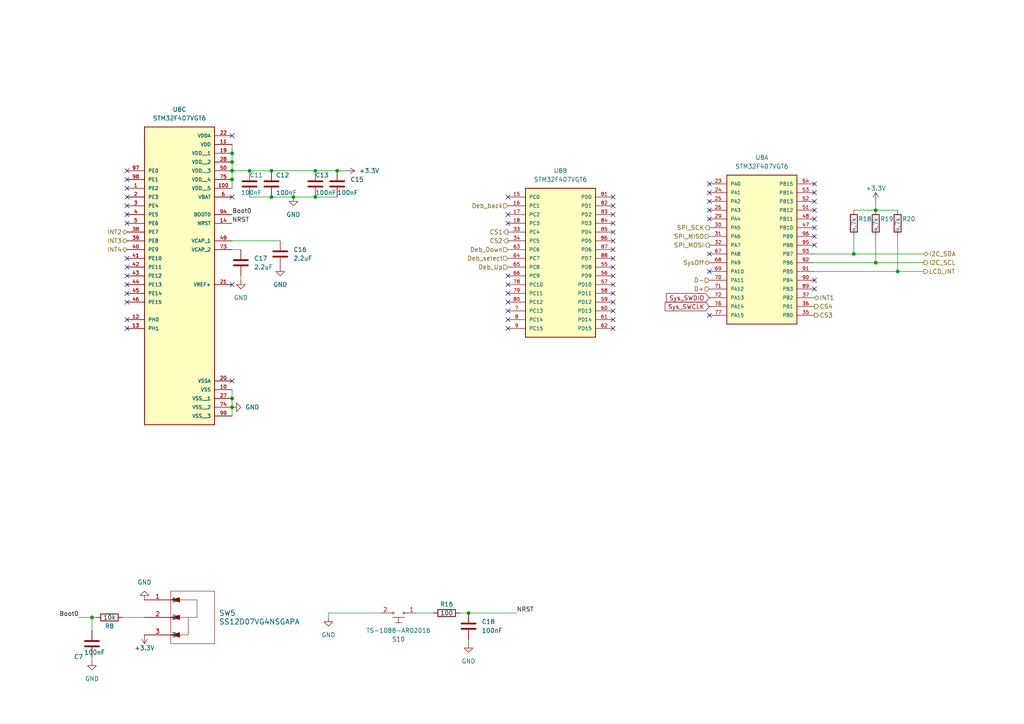
<source format=kicad_sch>
(kicad_sch (version 20231120) (generator "eeschema") (generator_version "8.0")
  (paper "A4")
  (lib_symbols
    (symbol "2024-05-28_19-32-11:SS12D07VG4NSGAPA" (pin_names (offset 0.254))
      (property "Reference" "SW" (at 15.24 7.62 0))
      (property "Value" "SS12D07VG4NSGAPA" (at 20.32 5.08 0))
      (symbol "SS12D07VG4NSGAPA_0_1"
        (polyline (pts (xy 7.62 -12.7) (xy 20.32 -12.7)) (stroke (width 0.127)))
        (polyline (pts (xy 7.62 -10.16) (xy 10.16 -9.525)) (stroke (width 0.127)))
        (polyline (pts (xy 7.62 -5.08) (xy 10.16 -4.445)) (stroke (width 0.127)))
        (polyline (pts (xy 7.62 -5.08) (xy 15.24 -5.08)) (stroke (width 0.127)))
        (polyline (pts (xy 7.62 0) (xy 10.16 0.635)) (stroke (width 0.127)))
        (polyline (pts (xy 7.62 0) (xy 15.24 0)) (stroke (width 0.127)))
        (polyline (pts (xy 7.62 2.54) (xy 7.62 -12.7)) (stroke (width 0.127)))
        (polyline (pts (xy 10.16 -10.795) (xy 7.62 -10.16)) (stroke (width 0.127)))
        (polyline (pts (xy 10.16 -9.525) (xy 10.16 -10.795)) (stroke (width 0.127)))
        (polyline (pts (xy 10.16 -5.715) (xy 7.62 -5.08)) (stroke (width 0.127)))
        (polyline (pts (xy 10.16 -4.445) (xy 10.16 -5.715)) (stroke (width 0.127)))
        (polyline (pts (xy 10.16 -0.635) (xy 7.62 0)) (stroke (width 0.127)))
        (polyline (pts (xy 10.16 0.635) (xy 10.16 -0.635)) (stroke (width 0.127)))
        (polyline (pts (xy 12.7 -10.16) (xy 7.62 -10.16)) (stroke (width 0.127)))
        (polyline (pts (xy 12.7 -5.08) (xy 12.7 -10.16)) (stroke (width 0.127)))
        (polyline (pts (xy 15.24 0) (xy 15.24 -5.08)) (stroke (width 0.127)))
        (polyline (pts (xy 20.32 -12.7) (xy 20.32 2.54)) (stroke (width 0.127)))
        (polyline (pts (xy 20.32 2.54) (xy 7.62 2.54)) (stroke (width 0.127)))
        (polyline (pts (xy 7.62 -10.16) (xy 10.16 -9.525) (xy 10.16 -10.795)) (fill (type outline)))
        (polyline (pts (xy 7.62 -5.08) (xy 10.16 -4.445) (xy 10.16 -5.715)) (fill (type outline)))
        (polyline (pts (xy 7.62 0) (xy 10.16 0.635) (xy 10.16 -0.635)) (fill (type outline)))
        (pin unspecified line (at 0 0 0) (length 7.62) (name "1") (number "1"))
        (pin unspecified line (at 0 -5.08 0) (length 7.62) (name "2") (number "2"))
        (pin unspecified line (at 0 -10.16 0) (length 7.62) (name "3") (number "3"))
      )
    )
    (symbol "Device:C" (pin_numbers hide) (pin_names (offset 0.254))
      (property "Reference" "C" (at 0.635 2.54 0))
      (property "Value" "C" (at 0.635 -2.54 0))
      (symbol "C_0_1"
        (polyline (pts (xy -2.032 -0.762) (xy 2.032 -0.762)) (stroke (width 0.508)))
        (polyline (pts (xy -2.032 0.762) (xy 2.032 0.762)) (stroke (width 0.508)))
      )
      (symbol "C_1_1"
        (pin passive line (at 0 3.81 270) (length 2.794) (name "~") (number "1"))
        (pin passive line (at 0 -3.81 90) (length 2.794) (name "~") (number "2"))
      )
    )
    (symbol "Device:R" (pin_numbers hide) (pin_names (offset 0))
      (property "Reference" "R" (at 2.032 0 90))
      (property "Value" "R" (at 0 0 90))
      (symbol "R_0_1"
        (rectangle (start -1.016 -2.54) (end 1.016 2.54) (stroke (width 0.254)))
      )
      (symbol "R_1_1"
        (pin passive line (at 0 3.81 270) (length 1.27) (name "~") (number "1"))
        (pin passive line (at 0 -3.81 90) (length 1.27) (name "~") (number "2"))
      )
    )
    (symbol "STM32F407VGT6:STM32F407VGT6" (pin_names (offset 1.016))
      (property "Reference" "U" (at -10.1624 22.888 0))
      (property "Value" "STM32F407VGT6" (at -10.172 -22.953 0))
      (symbol "STM32F407VGT6_1_0"
        (rectangle (start -10.16 -20.32) (end 10.16 22.86) (stroke (width 0.254)) (fill (type background)))
        (pin bidirectional line (at -15.24 20.32 0) (length 5.08) (name "PA0") (number "23"))
        (pin bidirectional line (at -15.24 17.78 0) (length 5.08) (name "PA1") (number "24"))
        (pin bidirectional line (at -15.24 15.24 0) (length 5.08) (name "PA2") (number "25"))
        (pin bidirectional line (at -15.24 12.7 0) (length 5.08) (name "PA3") (number "26"))
        (pin bidirectional line (at -15.24 10.16 0) (length 5.08) (name "PA4") (number "29"))
        (pin bidirectional line (at -15.24 7.62 0) (length 5.08) (name "PA5") (number "30"))
        (pin bidirectional line (at -15.24 5.08 0) (length 5.08) (name "PA6") (number "31"))
        (pin bidirectional line (at -15.24 2.54 0) (length 5.08) (name "PA7") (number "32"))
        (pin bidirectional line (at 15.24 -17.78 180) (length 5.08) (name "PB0") (number "35"))
        (pin bidirectional line (at 15.24 -15.24 180) (length 5.08) (name "PB1") (number "36"))
        (pin bidirectional line (at 15.24 -12.7 180) (length 5.08) (name "PB2") (number "37"))
        (pin bidirectional line (at 15.24 7.62 180) (length 5.08) (name "PB10") (number "47"))
        (pin bidirectional line (at 15.24 10.16 180) (length 5.08) (name "PB11") (number "48"))
        (pin bidirectional line (at 15.24 12.7 180) (length 5.08) (name "PB12") (number "51"))
        (pin bidirectional line (at 15.24 15.24 180) (length 5.08) (name "PB13") (number "52"))
        (pin bidirectional line (at 15.24 17.78 180) (length 5.08) (name "PB14") (number "53"))
        (pin bidirectional line (at 15.24 20.32 180) (length 5.08) (name "PB15") (number "54"))
        (pin bidirectional line (at -15.24 0 0) (length 5.08) (name "PA8") (number "67"))
        (pin bidirectional line (at -15.24 -2.54 0) (length 5.08) (name "PA9") (number "68"))
        (pin bidirectional line (at -15.24 -5.08 0) (length 5.08) (name "PA10") (number "69"))
        (pin bidirectional line (at -15.24 -7.62 0) (length 5.08) (name "PA11") (number "70"))
        (pin bidirectional line (at -15.24 -10.16 0) (length 5.08) (name "PA12") (number "71"))
        (pin bidirectional line (at -15.24 -12.7 0) (length 5.08) (name "PA13") (number "72"))
        (pin bidirectional line (at -15.24 -15.24 0) (length 5.08) (name "PA14") (number "76"))
        (pin bidirectional line (at -15.24 -17.78 0) (length 5.08) (name "PA15") (number "77"))
        (pin bidirectional line (at 15.24 -10.16 180) (length 5.08) (name "PB3") (number "89"))
        (pin bidirectional line (at 15.24 -7.62 180) (length 5.08) (name "PB4") (number "90"))
        (pin bidirectional line (at 15.24 -5.08 180) (length 5.08) (name "PB5") (number "91"))
        (pin bidirectional line (at 15.24 -2.54 180) (length 5.08) (name "PB6") (number "92"))
        (pin bidirectional line (at 15.24 0 180) (length 5.08) (name "PB7") (number "93"))
        (pin bidirectional line (at 15.24 2.54 180) (length 5.08) (name "PB8") (number "95"))
        (pin bidirectional line (at 15.24 5.08 180) (length 5.08) (name "PB9") (number "96"))
      )
      (symbol "STM32F407VGT6_2_0"
        (rectangle (start -10.16 -20.32) (end 10.16 22.86) (stroke (width 0.254)) (fill (type background)))
        (pin bidirectional line (at -15.24 20.32 0) (length 5.08) (name "PC0") (number "15"))
        (pin bidirectional line (at -15.24 17.78 0) (length 5.08) (name "PC1") (number "16"))
        (pin bidirectional line (at -15.24 15.24 0) (length 5.08) (name "PC2") (number "17"))
        (pin bidirectional line (at -15.24 12.7 0) (length 5.08) (name "PC3") (number "18"))
        (pin bidirectional line (at -15.24 10.16 0) (length 5.08) (name "PC4") (number "33"))
        (pin bidirectional line (at -15.24 7.62 0) (length 5.08) (name "PC5") (number "34"))
        (pin bidirectional line (at 15.24 0 180) (length 5.08) (name "PD8") (number "55"))
        (pin bidirectional line (at 15.24 -2.54 180) (length 5.08) (name "PD9") (number "56"))
        (pin bidirectional line (at 15.24 -5.08 180) (length 5.08) (name "PD10") (number "57"))
        (pin bidirectional line (at 15.24 -7.62 180) (length 5.08) (name "PD11") (number "58"))
        (pin bidirectional line (at 15.24 -10.16 180) (length 5.08) (name "PD12") (number "59"))
        (pin bidirectional line (at 15.24 -12.7 180) (length 5.08) (name "PD13") (number "60"))
        (pin bidirectional line (at 15.24 -15.24 180) (length 5.08) (name "PD14") (number "61"))
        (pin bidirectional line (at 15.24 -17.78 180) (length 5.08) (name "PD15") (number "62"))
        (pin bidirectional line (at -15.24 5.08 0) (length 5.08) (name "PC6") (number "63"))
        (pin bidirectional line (at -15.24 2.54 0) (length 5.08) (name "PC7") (number "64"))
        (pin bidirectional line (at -15.24 0 0) (length 5.08) (name "PC8") (number "65"))
        (pin bidirectional line (at -15.24 -2.54 0) (length 5.08) (name "PC9") (number "66"))
        (pin bidirectional line (at -15.24 -12.7 0) (length 5.08) (name "PC13") (number "7"))
        (pin bidirectional line (at -15.24 -5.08 0) (length 5.08) (name "PC10") (number "78"))
        (pin bidirectional line (at -15.24 -7.62 0) (length 5.08) (name "PC11") (number "79"))
        (pin bidirectional line (at -15.24 -15.24 0) (length 5.08) (name "PC14") (number "8"))
        (pin bidirectional line (at -15.24 -10.16 0) (length 5.08) (name "PC12") (number "80"))
        (pin bidirectional line (at 15.24 20.32 180) (length 5.08) (name "PD0") (number "81"))
        (pin bidirectional line (at 15.24 17.78 180) (length 5.08) (name "PD1") (number "82"))
        (pin bidirectional line (at 15.24 15.24 180) (length 5.08) (name "PD2") (number "83"))
        (pin bidirectional line (at 15.24 12.7 180) (length 5.08) (name "PD3") (number "84"))
        (pin bidirectional line (at 15.24 10.16 180) (length 5.08) (name "PD4") (number "85"))
        (pin bidirectional line (at 15.24 7.62 180) (length 5.08) (name "PD5") (number "86"))
        (pin bidirectional line (at 15.24 5.08 180) (length 5.08) (name "PD6") (number "87"))
        (pin bidirectional line (at 15.24 2.54 180) (length 5.08) (name "PD7") (number "88"))
        (pin bidirectional line (at -15.24 -17.78 0) (length 5.08) (name "PC15") (number "9"))
      )
      (symbol "STM32F407VGT6_3_0"
        (rectangle (start -10.16 -53.34) (end 10.16 33.02) (stroke (width 0.254)) (fill (type background)))
        (pin bidirectional line (at -15.24 15.24 0) (length 5.08) (name "PE2") (number "1"))
        (pin power_in line (at 15.24 -43.18 180) (length 5.08) (name "VSS") (number "10"))
        (pin power_in line (at 15.24 15.24 180) (length 5.08) (name "VDD__5") (number "100"))
        (pin power_in line (at 15.24 27.94 180) (length 5.08) (name "VDD") (number "11"))
        (pin bidirectional line (at -15.24 -22.86 0) (length 5.08) (name "PH0") (number "12"))
        (pin bidirectional line (at -15.24 -25.4 0) (length 5.08) (name "PH1") (number "13"))
        (pin bidirectional line (at 15.24 5.08 180) (length 5.08) (name "NRST") (number "14"))
        (pin power_in line (at 15.24 25.4 180) (length 5.08) (name "VDD__1") (number "19"))
        (pin bidirectional line (at -15.24 12.7 0) (length 5.08) (name "PE3") (number "2"))
        (pin power_in line (at 15.24 -40.64 180) (length 5.08) (name "VSSA") (number "20"))
        (pin power_in line (at 15.24 -12.7 180) (length 5.08) (name "VREF+") (number "21"))
        (pin power_in line (at 15.24 30.48 180) (length 5.08) (name "VDDA") (number "22"))
        (pin power_in line (at 15.24 -45.72 180) (length 5.08) (name "VSS__1") (number "27"))
        (pin power_in line (at 15.24 22.86 180) (length 5.08) (name "VDD__2") (number "28"))
        (pin bidirectional line (at -15.24 10.16 0) (length 5.08) (name "PE4") (number "3"))
        (pin bidirectional line (at -15.24 2.54 0) (length 5.08) (name "PE7") (number "38"))
        (pin bidirectional line (at -15.24 0 0) (length 5.08) (name "PE8") (number "39"))
        (pin bidirectional line (at -15.24 7.62 0) (length 5.08) (name "PE5") (number "4"))
        (pin bidirectional line (at -15.24 -2.54 0) (length 5.08) (name "PE9") (number "40"))
        (pin bidirectional line (at -15.24 -5.08 0) (length 5.08) (name "PE10") (number "41"))
        (pin bidirectional line (at -15.24 -7.62 0) (length 5.08) (name "PE11") (number "42"))
        (pin bidirectional line (at -15.24 -10.16 0) (length 5.08) (name "PE12") (number "43"))
        (pin bidirectional line (at -15.24 -12.7 0) (length 5.08) (name "PE13") (number "44"))
        (pin bidirectional line (at -15.24 -15.24 0) (length 5.08) (name "PE14") (number "45"))
        (pin bidirectional line (at -15.24 -17.78 0) (length 5.08) (name "PE15") (number "46"))
        (pin passive line (at 15.24 0 180) (length 5.08) (name "VCAP_1") (number "49"))
        (pin bidirectional line (at -15.24 5.08 0) (length 5.08) (name "PE6") (number "5"))
        (pin power_in line (at 15.24 20.32 180) (length 5.08) (name "VDD__3") (number "50"))
        (pin power_in line (at 15.24 12.7 180) (length 5.08) (name "VBAT") (number "6"))
        (pin passive line (at 15.24 -2.54 180) (length 5.08) (name "VCAP_2") (number "73"))
        (pin power_in line (at 15.24 -48.26 180) (length 5.08) (name "VSS__2") (number "74"))
        (pin power_in line (at 15.24 17.78 180) (length 5.08) (name "VDD__4") (number "75"))
        (pin input line (at 15.24 7.62 180) (length 5.08) (name "BOOT0") (number "94"))
        (pin bidirectional line (at -15.24 20.32 0) (length 5.08) (name "PE0") (number "97"))
        (pin bidirectional line (at -15.24 17.78 0) (length 5.08) (name "PE1") (number "98"))
        (pin power_in line (at 15.24 -50.8 180) (length 5.08) (name "VSS__3") (number "99"))
      )
    )
    (symbol "dk_Pushbutton-Switches:GPTS203211B" (pin_names (offset 1.016))
      (property "Reference" "S" (at -3.81 3.81 0))
      (property "Value" "GPTS203211B" (at 0 -2.54 0))
      (symbol "GPTS203211B_0_1"
        (circle (center -1.524 0) (radius 0.254))
        (polyline (pts (xy -2.54 0) (xy -1.778 0)))
        (polyline (pts (xy -1.778 1.27) (xy 1.778 1.27)))
        (polyline (pts (xy -1.016 2.794) (xy 1.016 2.794)))
        (polyline (pts (xy 0 1.27) (xy 0 2.794)))
        (polyline (pts (xy 2.54 0) (xy 1.778 0)))
        (circle (center 1.524 0) (radius 0.254))
      )
      (symbol "GPTS203211B_1_1"
        (pin passive line (at -5.08 0 0) (length 2.54) (name "~") (number "1"))
        (pin passive line (at 5.08 0 180) (length 2.54) (name "~") (number "2"))
      )
    )
    (symbol "power:+3.3V" (power) (pin_names (offset 0))
      (property "Value" "+3.3V" (at 0 3.556 0))
      (symbol "+3.3V_0_1"
        (polyline (pts (xy -0.762 1.27) (xy 0 2.54)))
        (polyline (pts (xy 0 0) (xy 0 2.54)))
        (polyline (pts (xy 0 2.54) (xy 0.762 1.27)))
      )
      (symbol "+3.3V_1_1"
        (pin power_in line (at 0 0 90) (length 0) hide (name "+3.3V") (number "1"))
      )
    )
    (symbol "power:GND" (power) (pin_names (offset 0))
      (property "Value" "GND" (at 0 -3.81 0))
      (symbol "GND_0_1"
        (polyline (pts (xy 0 0) (xy 0 -1.27) (xy 1.27 -1.27) (xy 0 -2.54) (xy -1.27 -1.27) (xy 0 -1.27)))
      )
      (symbol "GND_1_1"
        (pin power_in line (at 0 0 270) (length 0) hide (name "GND") (number "1"))
      )
    )
  )
  (junction (at 67.31 46.99))
  (junction (at 135.89 177.8))
  (junction (at 67.31 44.45))
  (junction (at 26.67 179.07))
  (junction (at 78.74 49.53))
  (junction (at 67.31 49.53))
  (junction (at 97.79 49.53))
  (junction (at 91.44 49.53))
  (junction (at 67.31 52.07))
  (junction (at 254 76.2))
  (junction (at 85.09 57.15))
  (junction (at 67.31 118.11))
  (junction (at 91.44 57.15))
  (junction (at 260.35 78.74))
  (junction (at 78.74 57.15))
  (junction (at 254 60.96))
  (junction (at 72.39 49.53))
  (junction (at 67.31 115.57))
  (junction (at 247.65 73.66))
  (no_connect (at 205.74 91.44))
  (no_connect (at 36.83 64.77))
  (no_connect (at 36.83 92.71))
  (no_connect (at 177.8 67.31))
  (no_connect (at 147.32 90.17))
  (no_connect (at 177.8 82.55))
  (no_connect (at 36.83 52.07))
  (no_connect (at 67.31 82.55))
  (no_connect (at 177.8 85.09))
  (no_connect (at 236.22 55.88))
  (no_connect (at 205.74 78.74))
  (no_connect (at 236.22 81.28))
  (no_connect (at 177.8 80.01))
  (no_connect (at 177.8 95.25))
  (no_connect (at 177.8 69.85))
  (no_connect (at 205.74 58.42))
  (no_connect (at 205.74 60.96))
  (no_connect (at 36.83 80.01))
  (no_connect (at 36.83 49.53))
  (no_connect (at 36.83 95.25))
  (no_connect (at 236.22 66.04))
  (no_connect (at 147.32 92.71))
  (no_connect (at 177.8 77.47))
  (no_connect (at 205.74 53.34))
  (no_connect (at 205.74 55.88))
  (no_connect (at 36.83 57.15))
  (no_connect (at 147.32 95.25))
  (no_connect (at 177.8 64.77))
  (no_connect (at 36.83 85.09))
  (no_connect (at 205.74 73.66))
  (no_connect (at 36.83 54.61))
  (no_connect (at 67.31 57.15))
  (no_connect (at 36.83 77.47))
  (no_connect (at 36.83 87.63))
  (no_connect (at 147.32 87.63))
  (no_connect (at 67.31 110.49))
  (no_connect (at 177.8 59.69))
  (no_connect (at 36.83 62.23))
  (no_connect (at 67.31 39.37))
  (no_connect (at 147.32 57.15))
  (no_connect (at 177.8 74.93))
  (no_connect (at 236.22 53.34))
  (no_connect (at 236.22 83.82))
  (no_connect (at 177.8 72.39))
  (no_connect (at 147.32 80.01))
  (no_connect (at 205.74 63.5))
  (no_connect (at 147.32 82.55))
  (no_connect (at 236.22 58.42))
  (no_connect (at 236.22 68.58))
  (no_connect (at 236.22 71.12))
  (no_connect (at 177.8 62.23))
  (no_connect (at 147.32 62.23))
  (no_connect (at 36.83 82.55))
  (no_connect (at 236.22 63.5))
  (no_connect (at 147.32 64.77))
  (no_connect (at 177.8 57.15))
  (no_connect (at 36.83 59.69))
  (no_connect (at 147.32 85.09))
  (no_connect (at 177.8 92.71))
  (no_connect (at 177.8 87.63))
  (no_connect (at 177.8 90.17))
  (no_connect (at 36.83 74.93))
  (no_connect (at 236.22 60.96))
  (wire (pts (xy 247.65 73.66) (xy 236.22 73.66)))
  (wire (pts (xy 26.67 179.07) (xy 27.94 179.07)))
  (wire (pts (xy 247.65 68.58) (xy 247.65 73.66)))
  (wire (pts (xy 67.31 46.99) (xy 67.31 49.53)))
  (wire (pts (xy 254 68.58) (xy 254 76.2)))
  (wire (pts (xy 267.97 73.66) (xy 247.65 73.66)))
  (wire (pts (xy 26.67 191.77) (xy 26.67 190.5)))
  (wire (pts (xy 26.67 179.07) (xy 26.67 182.88)))
  (wire (pts (xy 91.44 49.53) (xy 97.79 49.53)))
  (wire (pts (xy 110.49 177.8) (xy 95.25 177.8)))
  (wire (pts (xy 91.44 57.15) (xy 97.79 57.15)))
  (wire (pts (xy 135.89 185.42) (xy 135.89 186.69)))
  (wire (pts (xy 97.79 49.53) (xy 100.33 49.53)))
  (wire (pts (xy 78.74 49.53) (xy 91.44 49.53)))
  (wire (pts (xy 67.31 44.45) (xy 67.31 46.99)))
  (wire (pts (xy 22.86 179.07) (xy 26.67 179.07)))
  (wire (pts (xy 260.35 68.58) (xy 260.35 78.74)))
  (wire (pts (xy 120.65 177.8) (xy 125.73 177.8)))
  (wire (pts (xy 78.74 57.15) (xy 85.09 57.15)))
  (wire (pts (xy 67.31 41.91) (xy 67.31 44.45)))
  (wire (pts (xy 95.25 177.8) (xy 95.25 179.07)))
  (wire (pts (xy 133.35 177.8) (xy 135.89 177.8)))
  (wire (pts (xy 254 60.96) (xy 260.35 60.96)))
  (wire (pts (xy 267.97 78.74) (xy 260.35 78.74)))
  (wire (pts (xy 254 76.2) (xy 236.22 76.2)))
  (wire (pts (xy 67.31 115.57) (xy 67.31 118.11)))
  (wire (pts (xy 69.85 80.01) (xy 69.85 81.28)))
  (wire (pts (xy 72.39 57.15) (xy 78.74 57.15)))
  (wire (pts (xy 85.09 57.15) (xy 91.44 57.15)))
  (wire (pts (xy 247.65 60.96) (xy 254 60.96)))
  (wire (pts (xy 35.56 179.07) (xy 41.91 179.07)))
  (wire (pts (xy 67.31 113.03) (xy 67.31 115.57)))
  (wire (pts (xy 67.31 52.07) (xy 67.31 54.61)))
  (wire (pts (xy 260.35 78.74) (xy 236.22 78.74)))
  (wire (pts (xy 254 58.42) (xy 254 60.96)))
  (wire (pts (xy 67.31 118.11) (xy 67.31 120.65)))
  (wire (pts (xy 67.31 69.85) (xy 81.28 69.85)))
  (wire (pts (xy 67.31 49.53) (xy 72.39 49.53)))
  (wire (pts (xy 67.31 49.53) (xy 67.31 52.07)))
  (wire (pts (xy 72.39 49.53) (xy 78.74 49.53)))
  (wire (pts (xy 267.97 76.2) (xy 254 76.2)))
  (wire (pts (xy 135.89 177.8) (xy 149.86 177.8)))
  (wire (pts (xy 67.31 72.39) (xy 69.85 72.39)))
  (label "Boot0" (at 22.86 179.07 180))
  (label "Boot0" (at 67.31 62.23 0))
  (label "NRST" (at 149.86 177.8 0))
  (label "NRST" (at 67.31 64.77 0))
  (global_label "Sys_SWCLK" (shape input) (at 205.74 88.9 180) (property "Intersheetrefs" "${INTERSHEET_REFS}" (effects (hide yes))))
  (global_label "Sys_SWDIO" (shape input) (at 205.74 86.36 180) (property "Intersheetrefs" "${INTERSHEET_REFS}" (effects (hide yes))))
  (hierarchical_label "SPI_MISO" (shape input) (at 205.74 68.58 180))
  (hierarchical_label "CS1" (shape output) (at 147.32 67.31 180))
  (hierarchical_label "Deb_Down" (shape input) (at 147.32 72.39 180))
  (hierarchical_label "D+" (shape input) (at 205.74 83.82 180))
  (hierarchical_label "INT3" (shape bidirectional) (at 36.83 69.85 180))
  (hierarchical_label "Deb_Up" (shape input) (at 147.32 77.47 180))
  (hierarchical_label "D-" (shape input) (at 205.74 81.28 180))
  (hierarchical_label "SPI_MOSI" (shape output) (at 205.74 71.12 180))
  (hierarchical_label "CS4" (shape output) (at 236.22 88.9 0))
  (hierarchical_label "Deb_back" (shape input) (at 147.32 59.69 180))
  (hierarchical_label "CS3" (shape output) (at 236.22 91.44 0))
  (hierarchical_label "CS2" (shape output) (at 147.32 69.85 180))
  (hierarchical_label "I2C_SDA" (shape bidirectional) (at 267.97 73.66 0))
  (hierarchical_label "LCD_INT" (shape output) (at 267.97 78.74 0))
  (hierarchical_label "SPI_SCK" (shape output) (at 205.74 66.04 180))
  (hierarchical_label "INT1" (shape bidirectional) (at 236.22 86.36 0))
  (hierarchical_label "Deb_select" (shape input) (at 147.32 74.93 180))
  (hierarchical_label "I2C_SCL" (shape output) (at 267.97 76.2 0))
  (hierarchical_label "INT2" (shape bidirectional) (at 36.83 67.31 180))
  (hierarchical_label "INT4" (shape bidirectional) (at 36.83 72.39 180))
  (hierarchical_label "SysOff" (shape bidirectional) (at 205.74 76.2 180))
  (symbol (lib_id "Device:C") (at 81.28 73.66 0) (unit 1)
    (property "Reference" "C16" (at 85.09 72.39 0) (effects (justify left)))
    (property "Value" "2.2uF" (at 85.09 74.93 0) (effects (justify left)))
    (property "Footprint" "Capacitor_SMD:C_0402_1005Metric" (effects (hide yes)))
  )
  (symbol (lib_id "power:+3.3V") (at 41.91 184.15 180) (unit 1)
    (property "Reference" "#PWR09" (effects (hide yes)))
    (property "Value" "+3.3V" (at 41.91 187.96 0))
    (instances (project "Motor Programmer Rev. 2" (path "" (reference "#PWR09") (unit 1))) (project "ESP32_S2_SOLO_N4 Kicad Reference Design" (path "" (reference "#PWR03") (unit 1))) (project "esp32" (path "" (reference "#PWR05") (unit 1))))
  )
  (symbol (lib_id "Device:R") (at 129.54 177.8 90) (unit 1)
    (property "Reference" "R16" (at 129.54 175.26 90))
    (property "Value" "100" (at 129.54 177.8 90))
    (property "Footprint" "Resistor_SMD:R_0402_1005Metric" (effects (hide yes)))
  )
  (symbol (lib_id "power:GND") (at 85.09 57.15 0) (unit 1)
    (property "Reference" "#PWR053" (effects (hide yes)))
    (property "Value" "GND" (at 85.09 62.23 0))
  )
  (symbol (lib_id "Device:C") (at 97.79 53.34 0) (unit 1)
    (property "Reference" "C15" (at 101.6 52.07 0) (effects (justify left)))
    (property "Value" "100nF" (at 97.79 55.88 0) (effects (justify left)))
    (property "Footprint" "Capacitor_SMD:C_0402_1005Metric" (effects (hide yes)))
  )
  (symbol (lib_id "Device:C") (at 72.39 53.34 0) (unit 1)
    (property "Reference" "C11" (at 72.39 50.8 0) (effects (justify left)))
    (property "Value" "100nF" (at 69.85 55.88 0) (effects (justify left)))
    (property "Footprint" "Capacitor_SMD:C_0402_1005Metric" (effects (hide yes)))
  )
  (symbol (lib_id "STM32F407VGT6:STM32F407VGT6") (at 220.98 73.66 0) (unit 1)
    (property "Reference" "U8" (at 220.98 45.72 0))
    (property "Value" "STM32F407VGT6" (at 220.98 48.26 0))
    (property "Footprint" "revparts2:QFP50P1600X1600X160-100N" (effects (hide yes)))
    (property "PARTREV" "8" (effects (hide yes)))
    (property "STANDARD" "IPC7351B" (effects (hide yes)))
    (property "MAXIMUM_PACKAGE_HEIGHT" "1.6mm" (effects (hide yes)))
    (property "MANUFACTURER" "ST Microelectronics" (effects (hide yes)))
  )
  (symbol (lib_id "dk_Pushbutton-Switches:GPTS203211B") (at 115.57 177.8 180) (unit 1)
    (property "Reference" "S10" (at 115.57 185.42 0))
    (property "Value" "TS-1088-AR02016" (at 115.57 182.88 0))
    (property "Footprint" "revparts2:TS-1088-AR02016" (effects (hide yes)))
    (property "Datasheet" "http://switches-connectors-custom.cwind.com/Asset/GPTS203211BR2.pdf" (effects (hide yes)))
    (property "Description" "SWITCH PUSHBUTTON SPST 1A 30V" (effects (hide yes)))
    (property "Digi-Key_PN" "CW181-ND" (effects (hide yes)))
    (property "MPN" "GPTS203211B" (effects (hide yes)))
    (property "Category" "Switches" (effects (hide yes)))
    (property "Family" "Pushbutton Switches" (effects (hide yes)))
    (property "DK_Datasheet_Link" "http://switches-connectors-custom.cwind.com/Asset/GPTS203211BR2.pdf" (effects (hide yes)))
    (property "DK_Detail_Page" "/product-detail/en/cw-industries/GPTS203211B/CW181-ND/3190590" (effects (hide yes)))
    (property "Manufacturer" "CW Industries" (effects (hide yes)))
    (property "Status" "Active" (effects (hide yes)))
  )
  (symbol (lib_id "Device:R") (at 260.35 64.77 0) (unit 1)
    (property "Reference" "R20" (at 261.62 63.5 0) (effects (justify left)))
    (property "Value" "4.7k" (at 260.35 67.31 90) (effects (justify left)))
    (property "Footprint" "Resistor_SMD:R_0402_1005Metric" (effects (hide yes)))
  )
  (symbol (lib_id "power:GND") (at 67.31 118.11 90) (unit 1)
    (property "Reference" "#PWR057" (effects (hide yes)))
    (property "Value" "GND" (at 71.12 118.11 90) (effects (justify right)))
  )
  (symbol (lib_id "power:GND") (at 26.67 191.77 0) (unit 1)
    (property "Reference" "#PWR042" (effects (hide yes)))
    (property "Value" "GND" (at 26.67 196.85 0))
  )
  (symbol (lib_id "power:+3.3V") (at 100.33 49.53 270) (unit 1)
    (property "Reference" "#PWR048" (effects (hide yes)))
    (property "Value" "+3.3V" (at 104.14 49.53 90) (effects (justify left)))
  )
  (symbol (lib_id "power:GND") (at 135.89 186.69 0) (unit 1)
    (property "Reference" "#PWR058" (effects (hide yes)))
    (property "Value" "GND" (at 135.89 191.77 0))
  )
  (symbol (lib_id "Device:R") (at 254 64.77 0) (unit 1)
    (property "Reference" "R19" (at 255.27 63.5 0) (effects (justify left)))
    (property "Value" "4.7k" (at 254 67.31 90) (effects (justify left)))
    (property "Footprint" "Resistor_SMD:R_0402_1005Metric" (effects (hide yes)))
  )
  (symbol (lib_id "Device:C") (at 135.89 181.61 0) (unit 1)
    (property "Reference" "C18" (at 139.7 180.34 0) (effects (justify left)))
    (property "Value" "100nF" (at 139.7 182.88 0) (effects (justify left)))
    (property "Footprint" "Capacitor_SMD:C_0402_1005Metric" (effects (hide yes)))
  )
  (symbol (lib_id "power:GND") (at 69.85 81.28 0) (unit 1)
    (property "Reference" "#PWR055" (effects (hide yes)))
    (property "Value" "GND" (at 69.85 86.36 0))
  )
  (symbol (lib_id "Device:C") (at 78.74 53.34 0) (unit 1)
    (property "Reference" "C12" (at 80.01 50.8 0) (effects (justify left)))
    (property "Value" "100nF" (at 80.01 55.88 0) (effects (justify left)))
    (property "Footprint" "Capacitor_SMD:C_0402_1005Metric" (effects (hide yes)))
  )
  (symbol (lib_id "power:GND") (at 41.91 173.99 180) (unit 1)
    (property "Reference" "#PWR08" (effects (hide yes)))
    (property "Value" "GND" (at 41.91 168.91 0))
  )
  (symbol (lib_id "Device:R") (at 31.75 179.07 270) (unit 1)
    (property "Reference" "R8" (at 31.75 181.61 90))
    (property "Value" "10k" (at 31.75 179.07 90))
    (property "Footprint" "Resistor_SMD:R_0402_1005Metric" (effects (hide yes)))
  )
  (symbol (lib_id "Device:C") (at 69.85 76.2 0) (unit 1)
    (property "Reference" "C17" (at 73.66 74.93 0) (effects (justify left)))
    (property "Value" "2.2uF" (at 73.66 77.47 0) (effects (justify left)))
    (property "Footprint" "Capacitor_SMD:C_0402_1005Metric" (effects (hide yes)))
  )
  (symbol (lib_id "Device:R") (at 247.65 64.77 0) (unit 1)
    (property "Reference" "R18" (at 248.92 63.5 0) (effects (justify left)))
    (property "Value" "4.7k" (at 247.65 67.31 90) (effects (justify left)))
    (property "Footprint" "Resistor_SMD:R_0402_1005Metric" (effects (hide yes)))
  )
  (symbol (lib_id "Device:C") (at 26.67 186.69 180) (unit 1)
    (property "Reference" "C7" (at 24.13 190.5 0) (effects (justify left)))
    (property "Value" "100nF" (at 30.48 189.23 0) (effects (justify left)))
    (property "Footprint" "Capacitor_SMD:C_0402_1005Metric" (effects (hide yes)))
  )
  (symbol (lib_id "power:+3.3V") (at 254 58.42 0) (unit 1)
    (property "Reference" "#PWR056" (effects (hide yes)))
    (property "Value" "+3.3V" (at 254 54.61 0))
    (instances (project "Motor Programmer Rev. 2" (path "" (reference "#PWR056") (unit 1))) (project "ESP32_S2_SOLO_N4 Kicad Reference Design" (path "" (reference "#PWR03") (unit 1))) (project "esp32" (path "" (reference "#PWR05") (unit 1))))
  )
  (symbol (lib_id "STM32F407VGT6:STM32F407VGT6") (at 162.56 77.47 0) (unit 2)
    (property "Reference" "U8" (at 162.56 49.53 0))
    (property "Value" "STM32F407VGT6" (at 162.56 52.07 0))
    (property "Footprint" "revparts2:QFP50P1600X1600X160-100N" (effects (hide yes)))
    (property "PARTREV" "8" (effects (hide yes)))
    (property "STANDARD" "IPC7351B" (effects (hide yes)))
    (property "MAXIMUM_PACKAGE_HEIGHT" "1.6mm" (effects (hide yes)))
    (property "MANUFACTURER" "ST Microelectronics" (effects (hide yes)))
  )
  (symbol (lib_id "power:GND") (at 81.28 77.47 0) (unit 1)
    (property "Reference" "#PWR054" (effects (hide yes)))
    (property "Value" "GND" (at 81.28 82.55 0))
  )
  (symbol (lib_id "2024-05-28_19-32-11:SS12D07VG4NSGAPA") (at 41.91 173.99 0) (unit 1)
    (property "Reference" "SW5" (at 63.5 177.8 0) (effects (font (size 1.524 1.524)) (justify left)))
    (property "Value" "SS12D07VG4NSGAPA" (at 63.5 180.34 0) (effects (font (size 1.524 1.524)) (justify left)))
    (property "Footprint" "revparts2:SS12D07_CNK" (effects (hide yes)))
    (property "Datasheet" "SS12D07VG4NSGAPA" (effects (hide yes)))
  )
  (symbol (lib_id "STM32F407VGT6:STM32F407VGT6") (at 52.07 69.85 0) (unit 3)
    (property "Reference" "U8" (at 52.07 31.75 0))
    (property "Value" "STM32F407VGT6" (at 52.07 34.29 0))
    (property "Footprint" "revparts2:QFP50P1600X1600X160-100N" (effects (hide yes)))
    (property "PARTREV" "8" (effects (hide yes)))
    (property "STANDARD" "IPC7351B" (effects (hide yes)))
    (property "MAXIMUM_PACKAGE_HEIGHT" "1.6mm" (effects (hide yes)))
    (property "MANUFACTURER" "ST Microelectronics" (effects (hide yes)))
  )
  (symbol (lib_id "power:GND") (at 95.25 179.07 0) (unit 1)
    (property "Reference" "#PWR012" (effects (hide yes)))
    (property "Value" "GND" (at 95.25 184.15 0))
  )
  (symbol (lib_id "Device:C") (at 91.44 53.34 0) (unit 1)
    (property "Reference" "C13" (at 91.44 50.8 0) (effects (justify left)))
    (property "Value" "100nF" (at 91.44 55.88 0) (effects (justify left)))
    (property "Footprint" "Capacitor_SMD:C_0402_1005Metric" (effects (hide yes)))
  )
)
</source>
